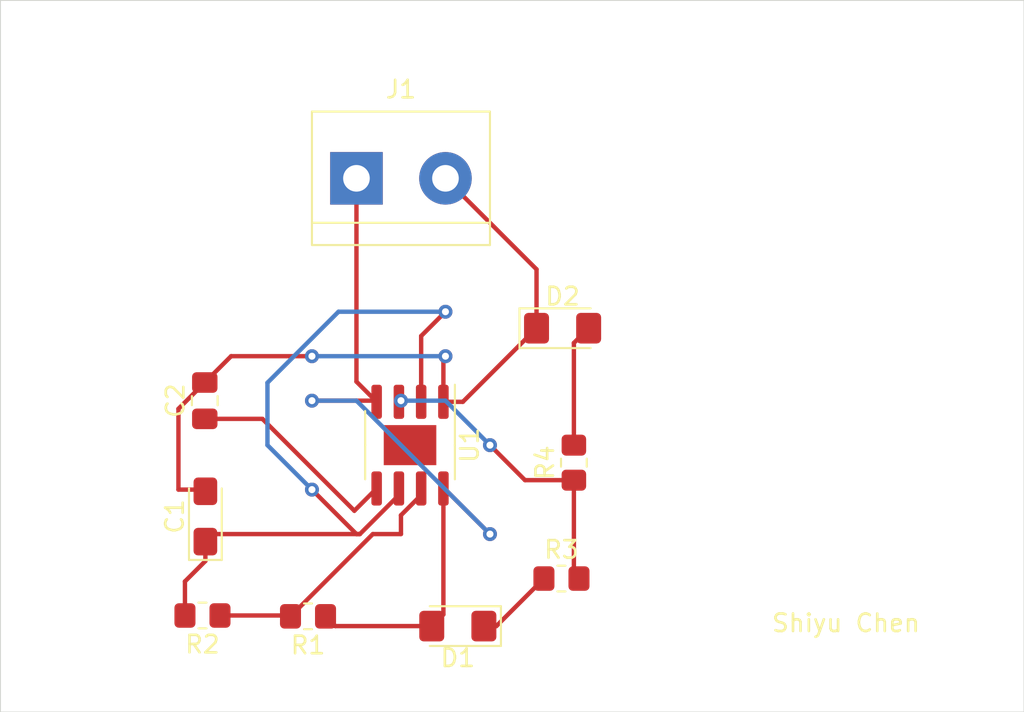
<source format=kicad_pcb>
(kicad_pcb (version 20211014) (generator pcbnew)
  (layers (0 "F.Cu" signal) (31 "B.Cu" signal) (34 "B.Paste" user) (35 "F.Paste" user) (36 "B.SilkS" user "B.Silkscreen") (37 "F.SilkS" user "F.Silkscreen") (38 "B.Mask" user) (39 "F.Mask" user) (44 "Edge.Cuts" user))
  (net 0 "")
  (net 1 "/pin_2")
  (net 2 "GND")
  (net 3 "Net-(C2-Pad1)")
  (net 4 "Net-(D1-Pad1)")
  (net 5 "+9V")
  (net 6 "Net-(D2-Pad2)")
  (net 7 "/pin_7")
  (net 8 "/pin_3")
  (footprint "LED_SMD:LED_1206_3216Metric_Pad1.42x1.75mm_HandSolder" (layer "F.Cu") (at 140.405 101.775 180)
    (fp_text reference "D1" (at 0 -1.82) (layer "F.SilkS"))
    (fp_text value "LED")
    (fp_line (start -2.46 -1.135) (end -2.46 1.135) (layer "F.SilkS") (width 0.12))
    (fp_line (start -2.46 1.135) (end 1.6 1.135) (layer "F.SilkS") (width 0.12))
    (fp_line (start 1.6 -1.135) (end -2.46 -1.135) (layer "F.SilkS") (width 0.12))
    (pad "1" smd roundrect (at -1.4875 0 180) (size 1.425 1.75) (layers "F.Cu" "F.Paste" "F.Mask") (roundrect_rratio 0.175439) (net 4 "Net-(D1-Pad1)"))
    (pad "2" smd roundrect (at 1.4875 0 180) (size 1.425 1.75) (layers "F.Cu" "F.Paste" "F.Mask") (roundrect_rratio 0.175439) (net 5 "+9V"))
  )
  (footprint "Resistor_SMD:R_0805_2012Metric_Pad1.20x1.40mm_HandSolder" (layer "F.Cu") (at 125.830872 101.169128 180)
    (fp_text reference "R2" (at 0 -1.65) (layer "F.SilkS"))
    (fp_text value "10k")
    (fp_line (start -0.227064 -0.735) (end 0.227064 -0.735) (layer "F.SilkS") (width 0.12))
    (fp_line (start -0.227064 0.735) (end 0.227064 0.735) (layer "F.SilkS") (width 0.12))
    (pad "1" smd roundrect (at -1 0 180) (size 1.2 1.4) (layers "F.Cu" "F.Paste" "F.Mask") (roundrect_rratio 0.208333) (net 7 "/pin_7"))
    (pad "2" smd roundrect (at 1 0 180) (size 1.2 1.4) (layers "F.Cu" "F.Paste" "F.Mask") (roundrect_rratio 0.208333) (net 1 "/pin_2"))
  )
  (footprint "Resistor_SMD:R_0805_2012Metric_Pad1.20x1.40mm_HandSolder" (layer "F.Cu") (at 147.03 92.44 90)
    (fp_text reference "R4" (at 0 -1.65 90) (layer "F.SilkS"))
    (fp_text value "1k")
    (fp_line (start -0.227064 -0.735) (end 0.227064 -0.735) (layer "F.SilkS") (width 0.12))
    (fp_line (start -0.227064 0.735) (end 0.227064 0.735) (layer "F.SilkS") (width 0.12))
    (pad "1" smd roundrect (at -1 0 90) (size 1.2 1.4) (layers "F.Cu" "F.Paste" "F.Mask") (roundrect_rratio 0.208333) (net 8 "/pin_3"))
    (pad "2" smd roundrect (at 1 0 90) (size 1.2 1.4) (layers "F.Cu" "F.Paste" "F.Mask") (roundrect_rratio 0.208333) (net 6 "Net-(D2-Pad2)"))
  )
  (footprint "Capacitor_SMD:C_0805_2012Metric_Pad1.18x1.45mm_HandSolder" (layer "F.Cu") (at 125.9625 88.9 90)
    (fp_text reference "C2" (at 0 -1.68 90) (layer "F.SilkS"))
    (fp_text value "0.01µF")
    (fp_line (start -0.261252 -0.735) (end 0.261252 -0.735) (layer "F.SilkS") (width 0.12))
    (fp_line (start -0.261252 0.735) (end 0.261252 0.735) (layer "F.SilkS") (width 0.12))
    (pad "1" smd roundrect (at -1.0375 0 90) (size 1.175 1.45) (layers "F.Cu" "F.Paste" "F.Mask") (roundrect_rratio 0.212766) (net 3 "Net-(C2-Pad1)"))
    (pad "2" smd roundrect (at 1.0375 0 90) (size 1.175 1.45) (layers "F.Cu" "F.Paste" "F.Mask") (roundrect_rratio 0.212766) (net 2 "GND"))
  )
  (footprint "Resistor_SMD:R_0805_2012Metric_Pad1.20x1.40mm_HandSolder" (layer "F.Cu") (at 131.855 101.217936 180)
    (fp_text reference "R1" (at 0 -1.65) (layer "F.SilkS"))
    (fp_text value "1k")
    (fp_line (start -0.227064 -0.735) (end 0.227064 -0.735) (layer "F.SilkS") (width 0.12))
    (fp_line (start -0.227064 0.735) (end 0.227064 0.735) (layer "F.SilkS") (width 0.12))
    (pad "1" smd roundrect (at -1 0 180) (size 1.2 1.4) (layers "F.Cu" "F.Paste" "F.Mask") (roundrect_rratio 0.208333) (net 5 "+9V"))
    (pad "2" smd roundrect (at 1 0 180) (size 1.2 1.4) (layers "F.Cu" "F.Paste" "F.Mask") (roundrect_rratio 0.208333) (net 7 "/pin_7"))
  )
  (footprint "TerminalBlock:TerminalBlock_bornier-2_P5.08mm" (layer "F.Cu") (at 134.62 76.2)
    (fp_text reference "J1" (at 2.54 -5.08) (layer "F.SilkS"))
    (fp_text value " ")
    (fp_line (start 7.62 2.54) (end -2.54 2.54) (layer "F.SilkS") (width 0.12))
    (fp_line (start 7.62 3.81) (end 7.62 -3.81) (layer "F.SilkS") (width 0.12))
    (fp_line (start -2.54 3.81) (end 7.62 3.81) (layer "F.SilkS") (width 0.12))
    (fp_line (start 7.62 -3.81) (end -2.54 -3.81) (layer "F.SilkS") (width 0.12))
    (fp_line (start -2.54 -3.81) (end -2.54 3.81) (layer "F.SilkS") (width 0.12))
    (pad "1" thru_hole rect (at 0 0) (size 3 3) (drill 1.52) (layers *.Cu *.Mask) (net 5 "+9V"))
    (pad "2" thru_hole circle (at 5.08 0) (size 3 3) (drill 1.52) (layers *.Cu *.Mask) (net 2 "GND"))
  )
  (footprint "LED_SMD:LED_1206_3216Metric_Pad1.42x1.75mm_HandSolder" (layer "F.Cu") (at 146.385 84.76)
    (fp_text reference "D2" (at 0 -1.82) (layer "F.SilkS"))
    (fp_text value "LED")
    (fp_line (start -2.46 1.135) (end 1.6 1.135) (layer "F.SilkS") (width 0.12))
    (fp_line (start -2.46 -1.135) (end -2.46 1.135) (layer "F.SilkS") (width 0.12))
    (fp_line (start 1.6 -1.135) (end -2.46 -1.135) (layer "F.SilkS") (width 0.12))
    (pad "1" smd roundrect (at -1.4875 0) (size 1.425 1.75) (layers "F.Cu" "F.Paste" "F.Mask") (roundrect_rratio 0.175439) (net 2 "GND"))
    (pad "2" smd roundrect (at 1.4875 0) (size 1.425 1.75) (layers "F.Cu" "F.Paste" "F.Mask") (roundrect_rratio 0.175439) (net 6 "Net-(D2-Pad2)"))
  )
  (footprint "Capacitor_Tantalum_SMD:CP_EIA-3216-18_Kemet-A_Pad1.58x1.35mm_HandSolder" (layer "F.Cu") (at 125.9975 95.5125 90)
    (fp_text reference "C1" (at 0 -1.75 90) (layer "F.SilkS"))
    (fp_text value "10µF")
    (fp_line (start -2.485 0.935) (end 1.6 0.935) (layer "F.SilkS") (width 0.12))
    (fp_line (start 1.6 -0.935) (end -2.485 -0.935) (layer "F.SilkS") (width 0.12))
    (fp_line (start -2.485 -0.935) (end -2.485 0.935) (layer "F.SilkS") (width 0.12))
    (pad "1" smd roundrect (at -1.4375 0 90) (size 1.575 1.35) (layers "F.Cu" "F.Paste" "F.Mask") (roundrect_rratio 0.185185) (net 1 "/pin_2"))
    (pad "2" smd roundrect (at 1.4375 0 90) (size 1.575 1.35) (layers "F.Cu" "F.Paste" "F.Mask") (roundrect_rratio 0.185185) (net 2 "GND"))
  )
  (footprint "Package_SO:SOIC-8-1EP_3.9x4.9mm_P1.27mm_EP2.29x3mm" (layer "F.Cu") (at 137.6775 91.44 -90)
    (fp_text reference "U1" (at 0 -3.4 90) (layer "F.SilkS"))
    (fp_text value " ")
    (fp_line (start 0 2.56) (end 1.95 2.56) (layer "F.SilkS") (width 0.12))
    (fp_line (start 0 -2.56) (end -3.45 -2.56) (layer "F.SilkS") (width 0.12))
    (fp_line (start 0 2.56) (end -1.95 2.56) (layer "F.SilkS") (width 0.12))
    (fp_line (start 0 -2.56) (end 1.95 -2.56) (layer "F.SilkS") (width 0.12))
    (pad "1" smd roundrect (at -2.475 -1.905 270) (size 1.95 0.6) (layers "F.Cu" "F.Paste" "F.Mask") (net 2 "GND"))
    (pad "2" smd roundrect (at -2.475 -0.635 270) (size 1.95 0.6) (layers "F.Cu" "F.Paste" "F.Mask") (net 1 "/pin_2"))
    (pad "3" smd roundrect (at -2.475 0.635 270) (size 1.95 0.6) (layers "F.Cu" "F.Paste" "F.Mask") (net 8 "/pin_3"))
    (pad "4" smd roundrect (at -2.475 1.905 270) (size 1.95 0.6) (layers "F.Cu" "F.Paste" "F.Mask") (net 5 "+9V"))
    (pad "5" smd roundrect (at 2.475 1.905 270) (size 1.95 0.6) (layers "F.Cu" "F.Paste" "F.Mask") (net 3 "Net-(C2-Pad1)"))
    (pad "6" smd roundrect (at 2.475 0.635 270) (size 1.95 0.6) (layers "F.Cu" "F.Paste" "F.Mask") (net 1 "/pin_2"))
    (pad "7" smd roundrect (at 2.475 -0.635 270) (size 1.95 0.6) (layers "F.Cu" "F.Paste" "F.Mask") (net 7 "/pin_7"))
    (pad "8" smd roundrect (at 2.475 -1.905 270) (size 1.95 0.6) (layers "F.Cu" "F.Paste" "F.Mask") (net 5 "+9V"))
    (pad "9" smd rect (at 0 0 270) (size 2.29 3) (layers "F.Cu" "F.Mask"))
  )
  (footprint "Resistor_SMD:R_0805_2012Metric_Pad1.20x1.40mm_HandSolder" (layer "F.Cu") (at 146.32 99.06)
    (fp_text reference "R3" (at 0 -1.65) (layer "F.SilkS"))
    (fp_text value "1k")
    (fp_line (start -0.227064 -0.735) (end 0.227064 -0.735) (layer "F.SilkS") (width 0.12))
    (fp_line (start -0.227064 0.735) (end 0.227064 0.735) (layer "F.SilkS") (width 0.12))
    (pad "1" smd roundrect (at -1 0) (size 1.2 1.4) (layers "F.Cu" "F.Paste" "F.Mask") (roundrect_rratio 0.208333) (net 4 "Net-(D1-Pad1)"))
    (pad "2" smd roundrect (at 1 0) (size 1.2 1.4) (layers "F.Cu" "F.Paste" "F.Mask") (roundrect_rratio 0.208333) (net 8 "/pin_3"))
  )
  (gr_rect (start 114.3 66.04) (end 172.72 106.68) (layer "Edge.Cuts") (width 0.05) (fill none))
  (gr_text "Shiyu Chen" (at 162.56 101.6) (layer "F.SilkS") (effects (font (size 1 1))))
  (segment (start 126.4275 96.52) (end 134.814251 96.52) (width 0.25) (layer "F.Cu") (net 1))
  (segment (start 138.3125 85.2075) (end 139.7 83.82) (width 0.25) (layer "F.Cu") (net 1))
  (segment (start 124.830872 99.224128) (end 124.830872 101.169128) (width 0.25) (layer "F.Cu") (net 1))
  (segment (start 125.9975 96.95) (end 126.4275 96.52) (width 0.25) (layer "F.Cu") (net 1))
  (segment (start 134.814251 96.52) (end 134.62 96.52) (width 0.25) (layer "F.Cu") (net 1))
  (segment (start 134.814251 96.52) (end 137.0425 94.291751) (width 0.25) (layer "F.Cu") (net 1))
  (segment (start 125.9975 98.0575) (end 124.830872 99.224128) (width 0.25) (layer "F.Cu") (net 1))
  (segment (start 137.0425 94.291751) (end 137.0425 93.915) (width 0.25) (layer "F.Cu") (net 1))
  (segment (start 125.9975 96.95) (end 125.9975 98.0575) (width 0.25) (layer "F.Cu") (net 1))
  (segment (start 138.3125 88.965) (end 138.3125 85.2075) (width 0.25) (layer "F.Cu") (net 1))
  (segment (start 134.62 96.52) (end 132.08 93.98) (width 0.25) (layer "F.Cu") (net 1))
  (via (at 139.7 83.82) (size 0.8) (drill 0.4) (layers "F.Cu" "B.Cu") (net 1))
  (via (at 132.08 93.98) (size 0.8) (drill 0.4) (layers "F.Cu" "B.Cu") (net 1))
  (segment (start 133.594695 83.82) (end 129.54 87.874695) (width 0.25) (layer "B.Cu") (net 1))
  (segment (start 139.7 83.82) (end 133.594695 83.82) (width 0.25) (layer "B.Cu") (net 1))
  (segment (start 129.54 87.874695) (end 129.54 91.44) (width 0.25) (layer "B.Cu") (net 1))
  (segment (start 129.54 91.44) (end 132.08 93.98) (width 0.25) (layer "B.Cu") (net 1))
  (segment (start 124.46 89.365) (end 124.46 93.98) (width 0.25) (layer "F.Cu") (net 2))
  (segment (start 125.9625 87.8625) (end 127.465 86.36) (width 0.25) (layer "F.Cu") (net 2))
  (segment (start 144.8975 81.3975) (end 144.8975 84.76) (width 0.25) (layer "F.Cu") (net 2))
  (segment (start 125.9625 87.8625) (end 124.46 89.365) (width 0.25) (layer "F.Cu") (net 2))
  (segment (start 124.46 93.98) (end 125.9025 93.98) (width 0.25) (layer "F.Cu") (net 2))
  (segment (start 139.5825 88.965) (end 140.6925 88.965) (width 0.25) (layer "F.Cu") (net 2))
  (segment (start 139.5825 88.965) (end 139.5825 86.4775) (width 0.25) (layer "F.Cu") (net 2))
  (segment (start 139.7 76.2) (end 144.8975 81.3975) (width 0.25) (layer "F.Cu") (net 2))
  (segment (start 139.5825 86.4775) (end 139.7 86.36) (width 0.25) (layer "F.Cu") (net 2))
  (segment (start 127.465 86.36) (end 132.08 86.36) (width 0.25) (layer "F.Cu") (net 2))
  (segment (start 140.6925 88.965) (end 144.8975 84.76) (width 0.25) (layer "F.Cu") (net 2))
  (segment (start 125.9025 93.98) (end 125.9975 94.075) (width 0.25) (layer "F.Cu") (net 2))
  (via (at 132.08 86.36) (size 0.8) (drill 0.4) (layers "F.Cu" "B.Cu") (net 2))
  (via (at 139.7 86.36) (size 0.8) (drill 0.4) (layers "F.Cu" "B.Cu") (net 2))
  (segment (start 132.08 86.36) (end 139.7 86.36) (width 0.25) (layer "B.Cu") (net 2))
  (segment (start 134.5 95.1875) (end 135.7725 93.915) (width 0.25) (layer "F.Cu") (net 3))
  (segment (start 129.25 89.9375) (end 125.9625 89.9375) (width 0.25) (layer "F.Cu") (net 3))
  (segment (start 134.5 95.1875) (end 129.25 89.9375) (width 0.25) (layer "F.Cu") (net 3))
  (segment (start 141.8925 101.775) (end 142.605 101.775) (width 0.25) (layer "F.Cu") (net 4))
  (segment (start 142.605 101.775) (end 145.32 99.06) (width 0.25) (layer "F.Cu") (net 4))
  (segment (start 139.5825 93.915) (end 139.635 93.915) (width 0.25) (layer "F.Cu") (net 5))
  (segment (start 132.855 101.217936) (end 133.412064 101.775) (width 0.25) (layer "F.Cu") (net 5))
  (segment (start 134.62 76.2) (end 134.62 87.8125) (width 0.25) (layer "F.Cu") (net 5))
  (segment (start 134.62 87.8125) (end 135.7725 88.965) (width 0.25) (layer "F.Cu") (net 5))
  (segment (start 139.5825 101.11) (end 139.5825 93.915) (width 0.25) (layer "F.Cu") (net 5))
  (segment (start 135.7725 88.965) (end 135.7075 88.9) (width 0.25) (layer "F.Cu") (net 5))
  (segment (start 135.7075 88.9) (end 132.08 88.9) (width 0.25) (layer "F.Cu") (net 5))
  (segment (start 133.412064 101.775) (end 138.9175 101.775) (width 0.25) (layer "F.Cu") (net 5))
  (segment (start 138.9175 101.775) (end 139.5825 101.11) (width 0.25) (layer "F.Cu") (net 5))
  (segment (start 139.635 93.915) (end 142.24 96.52) (width 0.25) (layer "F.Cu") (net 5))
  (via (at 142.24 96.52) (size 0.8) (drill 0.4) (layers "F.Cu" "B.Cu") (net 5))
  (via (at 132.08 88.9) (size 0.8) (drill 0.4) (layers "F.Cu" "B.Cu") (net 5))
  (segment (start 142.24 96.52) (end 134.62 88.9) (width 0.25) (layer "B.Cu") (net 5))
  (segment (start 134.62 88.9) (end 132.08 88.9) (width 0.25) (layer "B.Cu") (net 5))
  (segment (start 147.03 85.6025) (end 147.8725 84.76) (width 0.25) (layer "F.Cu") (net 6))
  (segment (start 147.03 91.44) (end 147.03 85.6025) (width 0.25) (layer "F.Cu") (net 6))
  (segment (start 126.830872 101.169128) (end 130.806192 101.169128) (width 0.25) (layer "F.Cu") (net 7))
  (segment (start 137.16 95.444251) (end 137.16 96.52) (width 0.25) (layer "F.Cu") (net 7))
  (segment (start 130.806192 101.169128) (end 130.855 101.217936) (width 0.25) (layer "F.Cu") (net 7))
  (segment (start 135.552936 96.52) (end 130.855 101.217936) (width 0.25) (layer "F.Cu") (net 7))
  (segment (start 138.3125 94.291751) (end 137.16 95.444251) (width 0.25) (layer "F.Cu") (net 7))
  (segment (start 138.3125 93.915) (end 138.3125 94.291751) (width 0.25) (layer "F.Cu") (net 7))
  (segment (start 138.3125 94.625) (end 138.3125 93.915) (width 0.25) (layer "F.Cu") (net 7))
  (segment (start 137.16 96.52) (end 135.552936 96.52) (width 0.25) (layer "F.Cu") (net 7))
  (segment (start 147.03 98.77) (end 147.32 99.06) (width 0.25) (layer "F.Cu") (net 8))
  (segment (start 147.03 93.44) (end 144.24 93.44) (width 0.25) (layer "F.Cu") (net 8))
  (segment (start 144.24 93.44) (end 142.24 91.44) (width 0.25) (layer "F.Cu") (net 8))
  (segment (start 147.03 93.44) (end 147.03 98.77) (width 0.25) (layer "F.Cu") (net 8))
  (via (at 142.24 91.44) (size 0.8) (drill 0.4) (layers "F.Cu" "B.Cu") (net 8))
  (via (at 137.16 88.9) (size 0.8) (drill 0.4) (layers "F.Cu" "B.Cu") (net 8))
  (segment (start 139.7 88.9) (end 137.16 88.9) (width 0.25) (layer "B.Cu") (net 8))
  (segment (start 142.24 91.44) (end 139.7 88.9) (width 0.25) (layer "B.Cu") (net 8))
)
</source>
